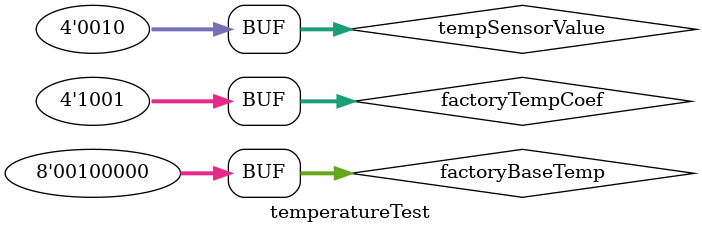
<source format=v>
`timescale 1ns / 1ps


module temperatureTest;

	// Inputs
	reg [7:0] factoryBaseTemp;
	reg [3:0] factoryTempCoef;
	reg [3:0] tempSensorValue;

	// Outputs
	wire temperatureAbnormality;

	// Instantiate the Unit Under Test (UUT)
	TemperatureAbnormalityDetector uut (
		.factoryBaseTemp(factoryBaseTemp), 
		.factoryTempCoef(factoryTempCoef), 
		.tempSensorValue(tempSensorValue), 
		.temperatureAbnormality(temperatureAbnormality)
	);

	initial begin
		// Initialize Inputs
		factoryBaseTemp = 0;
		factoryTempCoef = 0;
		tempSensorValue = 0;

		// Wait 100 ns for global reset to finish
		#100;
        
		// Add stimulus here
		factoryBaseTemp = 8'b00100100;
		factoryTempCoef = 4'b0000;
		tempSensorValue = 4'b0000;

		// Wait 100 ns for global reset to finish
		#100;
		
		// Add stimulus here
		factoryBaseTemp = 8'b00100000;
		factoryTempCoef = 4'b1000;
		tempSensorValue = 4'b0100;

		// Wait 100 ns for global reset to finish
		#100;
		// Add stimulus here
		factoryBaseTemp = 8'b00100000;
		factoryTempCoef = 4'b1000;
		tempSensorValue = 4'b0011;

		// Wait 100 ns for global reset to finish
		#100;
		// Add stimulus here
		factoryBaseTemp = 8'b00100000;
		factoryTempCoef = 4'b1001;
		tempSensorValue = 4'b0010;

		// Wait 100 ns for global reset to finish
		#100;
	end
      
endmodule


</source>
